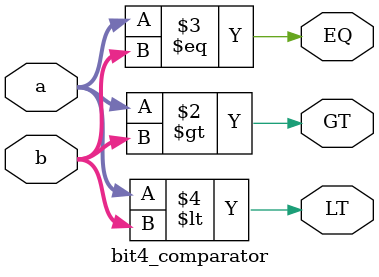
<source format=v>
module bit4_comparator(
  input [3:0]a,
  input [3:0]b,
  output reg GT,
  output reg EQ,
  output reg LT
);
  always@(*) begin
     GT = (a > b);
     EQ = (a == b);
     LT = (a < b);
  end
endmodule


</source>
